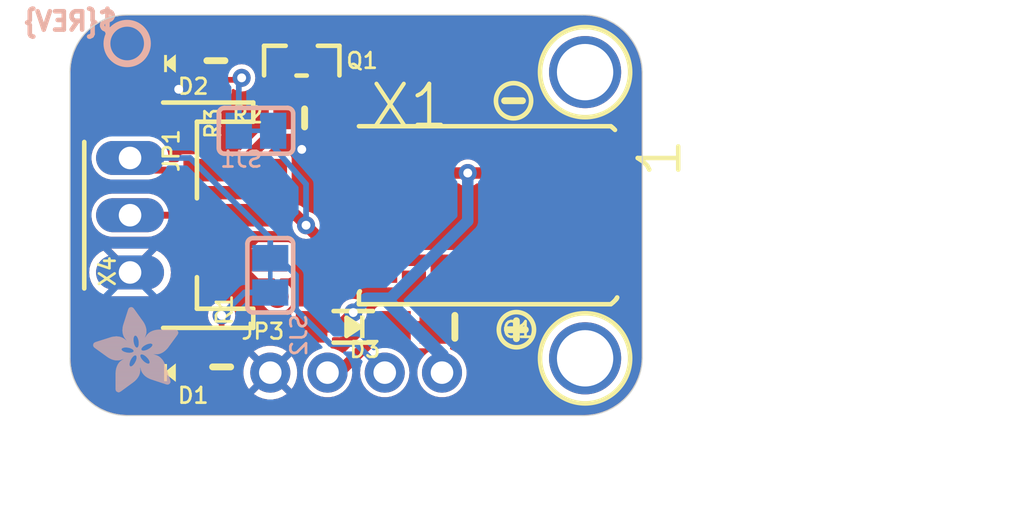
<source format=kicad_pcb>
(kicad_pcb (version 20221018) (generator pcbnew)
  (layers (0 "F.Cu" signal) (1 "In1.Cu" signal) (2 "In2.Cu" signal) (3 "In3.Cu" signal) (4 "In4.Cu" signal) (5 "In5.Cu" signal) (6 "In6.Cu" signal) (7 "In7.Cu" signal) (8 "In8.Cu" signal) (9 "In9.Cu" signal) (10 "In10.Cu" signal) (11 "In11.Cu" signal) (12 "In12.Cu" signal) (13 "In13.Cu" signal) (14 "In14.Cu" signal) (31 "B.Cu" signal) (34 "B.Paste" user) (35 "F.Paste" user) (36 "B.SilkS" user "B.Silkscreen") (37 "F.SilkS" user "F.Silkscreen") (38 "B.Mask" user) (39 "F.Mask" user) (44 "Edge.Cuts" user))
  (net 0 "")
  (net 1 "GND")
  (net 2 "SIGNAL")
  (net 3 "N$26")
  (net 4 "VIN")
  (net 5 "N$1")
  (net 6 "N$3")
  (net 7 "N$2")
  (net 8 "OUT")
  (footprint "working:JSTPH3" (layer "F.Cu") (at 140.4366 105.0036 90)
    (fp_text reference "X4" (at -3.2225 -2.9685 90) (layer "F.SilkS") (effects (font (size 0.692831 0.692831) (thickness 0.119969)) (justify left)))
    (fp_text value "JST PH 3")
    (pad "1" smd rect (at -2 2.7 90) (size 1 4.6) (layers "F.Cu" "F.Paste" "F.Mask") (net 1 "GND"))
    (pad "2" smd rect (at 0 2.7 90) (size 1 4.6) (layers "F.Cu" "F.Paste" "F.Mask") (net 4 "VIN"))
    (pad "3" smd rect (at 2 2.7 90) (size 1 4.6) (layers "F.Cu" "F.Paste" "F.Mask") (net 2 "SIGNAL"))
    (pad "NC1" smd rect (at -4.4 -2.5 180) (size 3.4 1.6) (layers "F.Cu" "F.Paste" "F.Mask"))
    (pad "NC2" smd rect (at 4.4 -2.5 180) (size 3.4 1.6) (layers "F.Cu" "F.Paste" "F.Mask"))
  )
  (footprint "working:FIDUCIAL_1MM" (layer "F.Cu") (at 145.0086 108.6231)
    (fp_text reference "FID3" hide)
    (fp_text value "FIDUCIAL_1MM" hide)
    (pad "1" smd roundrect (at 0 0) (size 1 1) (layers "F.Cu" "F.Mask") (roundrect_rratio 0.5))
  )
  (footprint "working:CHIPLED_0603_NOOUTLINE" (layer "F.Cu") (at 140.2461 98.2726 90)
    (fp_text reference "D2" (at -1.016 1.778) (layer "F.SilkS") (effects (font (size 0.692831 0.692831) (thickness 0.119969)) (justify right)))
    (fp_text value "GREEN")
    (pad "A" smd rect (at 0 0.75 90) (size 0.8 0.8) (layers "F.Cu" "F.Paste" "F.Mask") (net 3 "N$26"))
    (pad "C" smd rect (at 0 -0.75 90) (size 0.8 0.8) (layers "F.Cu" "F.Paste" "F.Mask") (net 1 "GND"))
  )
  (footprint "working:0603-NO" (layer "F.Cu") (at 146.2151 100.6856 180)
    (fp_text reference "R2" (at 1.778 0.127) (layer "F.SilkS") (effects (font (size 0.692831 0.692831) (thickness 0.119969)) (justify right)))
    (fp_text value "10K")
    (pad "1" smd rect (at -0.85 0 180) (size 1.075 1) (layers "F.Cu" "F.Paste" "F.Mask") (net 1 "GND"))
    (pad "2" smd rect (at 0.85 0 180) (size 1.075 1) (layers "F.Cu" "F.Paste" "F.Mask") (net 2 "SIGNAL"))
  )
  (footprint "working:PLABEL1" (layer "F.Cu") (at 136.9441 112.3696)
    (fp_text reference "PLABEL1" hide)
    (fp_text value "" hide)
  )
  (footprint "working:FIDUCIAL_1MM" (layer "F.Cu") (at 155.4861 97.2566)
    (fp_text reference "FID2" hide)
    (fp_text value "FIDUCIAL_1MM" hide)
    (pad "1" smd roundrect (at 0 0) (size 1 1) (layers "F.Cu" "F.Mask") (roundrect_rratio 0.5))
  )
  (footprint "working:SOD-123" (layer "F.Cu") (at 148.3741 109.9566 180)
    (fp_text reference "D3" (at -1.27 -1.016) (layer "F.SilkS") (effects (font (size 0.692831 0.692831) (thickness 0.119969)) (justify right)))
    (fp_text value "1N400x/SM4002")
    (pad "A" smd rect (at 1.85 0 270) (size 1.4 1.4) (layers "F.Cu" "F.Paste" "F.Mask") (net 8 "OUT"))
    (pad "C" smd rect (at -1.85 0 270) (size 1.4 1.4) (layers "F.Cu" "F.Paste" "F.Mask") (net 4 "VIN"))
  )
  (footprint "working:1X04_ROUND" (layer "F.Cu") (at 148.5011 111.9886)
    (fp_text reference "JP3" (at -5.1562 -1.8288) (layer "F.SilkS") (effects (font (size 0.692831 0.692831) (thickness 0.119969)) (justify left)))
    (fp_text value "")
    (pad "1" thru_hole circle (at -3.81 0 90) (size 1.778 1.778) (drill 1) (layers "*.Cu" "*.Mask") (net 1 "GND"))
    (pad "2" thru_hole circle (at -1.27 0 90) (size 1.778 1.778) (drill 1) (layers "*.Cu" "*.Mask") (net 4 "VIN"))
    (pad "3" thru_hole circle (at 1.27 0 90) (size 1.778 1.778) (drill 1) (layers "*.Cu" "*.Mask") (net 2 "SIGNAL"))
    (pad "4" thru_hole circle (at 3.81 0 90) (size 1.778 1.778) (drill 1) (layers "*.Cu" "*.Mask") (net 8 "OUT"))
  )
  (footprint "working:P-2060-402_998-404" (layer "F.Cu") (at 153.4541 105.0036)
    (fp_text reference "X1" (at -4.429 -4.85) (layer "F.SilkS") (effects (font (size 1.82 1.82) (thickness 0.18)) (justify left)))
    (fp_text value "2060-402/998-404")
    (fp_text user "1" (at 9.571 -1.55 90) (layer "F.SilkS") (effects (font (size 1.8 1.8) (thickness 0.2)) (justify left bottom)))
    (pad "L1.1" smd rect (at 4.371 -2) (size 6 2) (layers "F.Cu" "F.Paste" "F.Mask") (net 8 "OUT"))
    (pad "L1.2" smd rect (at -4.879 -2) (size 3.5 2) (layers "F.Cu" "F.Paste" "F.Mask") (net 8 "OUT"))
    (pad "L2.1" smd rect (at 4.371 2) (size 6 2) (layers "F.Cu" "F.Paste" "F.Mask") (net 4 "VIN"))
    (pad "L2.2" smd rect (at -4.879 2) (size 3.5 2) (layers "F.Cu" "F.Paste" "F.Mask") (net 4 "VIN"))
  )
  (footprint "working:SYMBOL_MINUS" (layer "F.Cu") (at 155.4861 99.9236)
    (fp_text reference "U$9" hide)
    (fp_text value "" hide)
  )
  (footprint "working:MOUNTINGHOLE_2.5_PLATED" (layer "F.Cu") (at 158.6611 111.3536)
    (fp_text reference "U$1" hide)
    (fp_text value "MOUNTINGHOLE2.5" hide)
    (pad "P$1" thru_hole circle (at 0 0) (size 3.2 3.2) (drill 2.5) (layers "*.Cu" "*.Mask"))
    (zone (net 0) (net_name "") (layer "F.Cu") (connect_pads (clearance 0)) (min_thickness 0.25)
      (keepout (tracks not_allowed) (vias not_allowed) (pads not_allowed) (copperpour not_allowed) (footprints allowed))
      (fill (thermal_gap 0.5) (thermal_bridge_width 0.5))
      (polygon (pts (xy 160.6771 111.3536) (xy 160.65748 111.073027) (xy 160.599004 110.797915) (xy 160.502808 110.533619) (xy 160.370765 110.285283) (xy 160.205446 110.05774) (xy 160.010067 109.85542) (xy 159.788433 109.68226) (xy 159.544856 109.541631) (xy 159.284078 109.43627) (xy 159.011175 109.368228) (xy 158.731457 109.338828) (xy 158.450371 109.348644) (xy 158.173385 109.397484) (xy 157.905893 109.484397) (xy 157.6531 109.607693) (xy 157.419926 109.76497) (xy 157.210911 109.953169) (xy 157.030122 110.168625) (xy 156.881078 110.407145) (xy 156.76668 110.664087) (xy 156.689154 110.93445) (xy 156.650011 111.212971) (xy 156.650011 111.494229) (xy 156.689154 111.77275) (xy 156.76668 112.043113) (xy 156.881078 112.300055) (xy 157.030122 112.538575) (xy 157.210911 112.754031) (xy 157.419926 112.94223) (xy 157.6531 113.099507) (xy 157.905893 113.222803) (xy 158.173385 113.309716) (xy 158.450371 113.358556) (xy 158.731457 113.368372) (xy 159.011175 113.338972) (xy 159.284078 113.27093) (xy 159.544856 113.165569) (xy 159.788433 113.02494) (xy 160.010067 112.85178) (xy 160.205446 112.64946) (xy 160.370765 112.421917) (xy 160.502808 112.173581) (xy 160.599004 111.909285) (xy 160.65748 111.634173)))
      (polygon (pts (xy 158.6451 111.3536) (xy 158.649786 111.364914) (xy 158.6611 111.3696) (xy 158.672414 111.364914) (xy 158.6771 111.3536) (xy 158.672414 111.342286) (xy 158.6611 111.3376) (xy 158.649786 111.342286)))
    )
    (zone (net 0) (net_name "") (layer "B.Cu") (connect_pads (clearance 0)) (min_thickness 0.25)
      (keepout (tracks not_allowed) (vias not_allowed) (pads not_allowed) (copperpour not_allowed) (footprints allowed))
      (fill (thermal_gap 0.5) (thermal_bridge_width 0.5))
      (polygon (pts (xy 160.6771 111.3536) (xy 160.65748 111.073027) (xy 160.599004 110.797915) (xy 160.502808 110.533619) (xy 160.370765 110.285283) (xy 160.205446 110.05774) (xy 160.010067 109.85542) (xy 159.788433 109.68226) (xy 159.544856 109.541631) (xy 159.284078 109.43627) (xy 159.011175 109.368228) (xy 158.731457 109.338828) (xy 158.450371 109.348644) (xy 158.173385 109.397484) (xy 157.905893 109.484397) (xy 157.6531 109.607693) (xy 157.419926 109.76497) (xy 157.210911 109.953169) (xy 157.030122 110.168625) (xy 156.881078 110.407145) (xy 156.76668 110.664087) (xy 156.689154 110.93445) (xy 156.650011 111.212971) (xy 156.650011 111.494229) (xy 156.689154 111.77275) (xy 156.76668 112.043113) (xy 156.881078 112.300055) (xy 157.030122 112.538575) (xy 157.210911 112.754031) (xy 157.419926 112.94223) (xy 157.6531 113.099507) (xy 157.905893 113.222803) (xy 158.173385 113.309716) (xy 158.450371 113.358556) (xy 158.731457 113.368372) (xy 159.011175 113.338972) (xy 159.284078 113.27093) (xy 159.544856 113.165569) (xy 159.788433 113.02494) (xy 160.010067 112.85178) (xy 160.205446 112.64946) (xy 160.370765 112.421917) (xy 160.502808 112.173581) (xy 160.599004 111.909285) (xy 160.65748 111.634173)))
      (polygon (pts (xy 158.6451 111.3536) (xy 158.649786 111.364914) (xy 158.6611 111.3696) (xy 158.672414 111.364914) (xy 158.6771 111.3536) (xy 158.672414 111.342286) (xy 158.6611 111.3376) (xy 158.649786 111.342286)))
    )
  )
  (footprint "working:MOUNTINGHOLE_2.5_PLATED" (layer "F.Cu") (at 158.6611 98.6536)
    (fp_text reference "U$8" hide)
    (fp_text value "MOUNTINGHOLE2.5" hide)
    (pad "P$1" thru_hole circle (at 0 0) (size 3.2 3.2) (drill 2.5) (layers "*.Cu" "*.Mask"))
    (zone (net 0) (net_name "") (layer "F.Cu") (connect_pads (clearance 0)) (min_thickness 0.25)
      (keepout (tracks not_allowed) (vias not_allowed) (pads not_allowed) (copperpour not_allowed) (footprints allowed))
      (fill (thermal_gap 0.5) (thermal_bridge_width 0.5))
      (polygon (pts (xy 160.6771 98.6536) (xy 160.65748 98.373027) (xy 160.599004 98.097915) (xy 160.502808 97.833619) (xy 160.370765 97.585283) (xy 160.205446 97.35774) (xy 160.010067 97.15542) (xy 159.788433 96.98226) (xy 159.544856 96.841631) (xy 159.284078 96.73627) (xy 159.011175 96.668228) (xy 158.731457 96.638828) (xy 158.450371 96.648644) (xy 158.173385 96.697484) (xy 157.905893 96.784397) (xy 157.6531 96.907693) (xy 157.419926 97.06497) (xy 157.210911 97.253169) (xy 157.030122 97.468625) (xy 156.881078 97.707145) (xy 156.76668 97.964087) (xy 156.689154 98.23445) (xy 156.650011 98.512971) (xy 156.650011 98.794229) (xy 156.689154 99.07275) (xy 156.76668 99.343113) (xy 156.881078 99.600055) (xy 157.030122 99.838575) (xy 157.210911 100.054031) (xy 157.419926 100.24223) (xy 157.6531 100.399507) (xy 157.905893 100.522803) (xy 158.173385 100.609716) (xy 158.450371 100.658556) (xy 158.731457 100.668372) (xy 159.011175 100.638972) (xy 159.284078 100.57093) (xy 159.544856 100.465569) (xy 159.788433 100.32494) (xy 160.010067 100.15178) (xy 160.205446 99.94946) (xy 160.370765 99.721917) (xy 160.502808 99.473581) (xy 160.599004 99.209285) (xy 160.65748 98.934173)))
      (polygon (pts (xy 158.6451 98.6536) (xy 158.649786 98.664914) (xy 158.6611 98.6696) (xy 158.672414 98.664914) (xy 158.6771 98.6536) (xy 158.672414 98.642286) (xy 158.6611 98.6376) (xy 158.649786 98.642286)))
    )
    (zone (net 0) (net_name "") (layer "B.Cu") (connect_pads (clearance 0)) (min_thickness 0.25)
      (keepout (tracks not_allowed) (vias not_allowed) (pads not_allowed) (copperpour not_allowed) (footprints allowed))
      (fill (thermal_gap 0.5) (thermal_bridge_width 0.5))
      (polygon (pts (xy 160.6771 98.6536) (xy 160.65748 98.373027) (xy 160.599004 98.097915) (xy 160.502808 97.833619) (xy 160.370765 97.585283) (xy 160.205446 97.35774) (xy 160.010067 97.15542) (xy 159.788433 96.98226) (xy 159.544856 96.841631) (xy 159.284078 96.73627) (xy 159.011175 96.668228) (xy 158.731457 96.638828) (xy 158.450371 96.648644) (xy 158.173385 96.697484) (xy 157.905893 96.784397) (xy 157.6531 96.907693) (xy 157.419926 97.06497) (xy 157.210911 97.253169) (xy 157.030122 97.468625) (xy 156.881078 97.707145) (xy 156.76668 97.964087) (xy 156.689154 98.23445) (xy 156.650011 98.512971) (xy 156.650011 98.794229) (xy 156.689154 99.07275) (xy 156.76668 99.343113) (xy 156.881078 99.600055) (xy 157.030122 99.838575) (xy 157.210911 100.054031) (xy 157.419926 100.24223) (xy 157.6531 100.399507) (xy 157.905893 100.522803) (xy 158.173385 100.609716) (xy 158.450371 100.658556) (xy 158.731457 100.668372) (xy 159.011175 100.638972) (xy 159.284078 100.57093) (xy 159.544856 100.465569) (xy 159.788433 100.32494) (xy 160.010067 100.15178) (xy 160.205446 99.94946) (xy 160.370765 99.721917) (xy 160.502808 99.473581) (xy 160.599004 99.209285) (xy 160.65748 98.934173)))
      (polygon (pts (xy 158.6451 98.6536) (xy 158.649786 98.664914) (xy 158.6611 98.6696) (xy 158.672414 98.664914) (xy 158.6771 98.6536) (xy 158.672414 98.642286) (xy 158.6611 98.6376) (xy 158.649786 98.642286)))
    )
  )
  (footprint "working:0603-NO" (layer "F.Cu") (at 142.2781 98.1456 -90)
    (fp_text reference "R3" (at 2.032 0.127 90) (layer "F.SilkS") (effects (font (size 0.692831 0.692831) (thickness 0.119969)) (justify right)))
    (fp_text value "10K")
    (pad "1" smd rect (at -0.85 0 270) (size 1.075 1) (layers "F.Cu" "F.Paste" "F.Mask") (net 3 "N$26"))
    (pad "2" smd rect (at 0.85 0 270) (size 1.075 1) (layers "F.Cu" "F.Paste" "F.Mask") (net 5 "N$1"))
  )
  (footprint "working:PLABEL0" (layer "F.Cu") (at 136.8171 98.7806)
    (fp_text reference "PLABEL0" hide)
    (fp_text value "" hide)
  )
  (footprint "working:CHIPLED_0603_NOOUTLINE" (layer "F.Cu") (at 140.2461 111.9886 90)
    (fp_text reference "D1" (at -1.016 1.778) (layer "F.SilkS") (effects (font (size 0.692831 0.692831) (thickness 0.119969)) (justify right)))
    (fp_text value "RED")
    (pad "A" smd rect (at 0 0.75 90) (size 0.8 0.8) (layers "F.Cu" "F.Paste" "F.Mask") (net 7 "N$2"))
    (pad "C" smd rect (at 0 -0.75 90) (size 0.8 0.8) (layers "F.Cu" "F.Paste" "F.Mask") (net 1 "GND"))
  )
  (footprint "working:PLABEL2" (layer "F.Cu") (at 148.6281 100.5586)
    (fp_text reference "PLABEL2" hide)
    (fp_text value "" hide)
  )
  (footprint "working:0603-NO" (layer "F.Cu") (at 142.5321 111.7346 90)
    (fp_text reference "R1" (at 1.778 0.127 90) (layer "F.SilkS") (effects (font (size 0.692831 0.692831) (thickness 0.119969)) (justify left)))
    (fp_text value "10K")
    (pad "1" smd rect (at -0.85 0 90) (size 1.075 1) (layers "F.Cu" "F.Paste" "F.Mask") (net 7 "N$2"))
    (pad "2" smd rect (at 0.85 0 90) (size 1.075 1) (layers "F.Cu" "F.Paste" "F.Mask") (net 6 "N$3"))
  )
  (footprint "working:1X03_OVAL" (layer "F.Cu") (at 138.4681 105.0036 -90)
    (fp_text reference "JP1" (at -3.8862 -1.8288 90) (layer "F.SilkS") (effects (font (size 0.692831 0.692831) (thickness 0.119969)) (justify right)))
    (fp_text value "0.1\" Header")
    (pad "1" thru_hole oval (at -2.54 0) (size 3.016 1.508) (drill 1) (layers "*.Cu" "*.Mask") (net 2 "SIGNAL"))
    (pad "2" thru_hole oval (at 0 0) (size 3.016 1.508) (drill 1) (layers "*.Cu" "*.Mask") (net 4 "VIN"))
    (pad "3" thru_hole oval (at 2.54 0) (size 3.016 1.508) (drill 1) (layers "*.Cu" "*.Mask") (net 1 "GND"))
  )
  (footprint "working:SYMBOL_PLUS" (layer "F.Cu") (at 155.6131 110.0836)
    (fp_text reference "U$3" hide)
    (fp_text value "" hide)
  )
  (footprint "working:SOT23-WIDE" (layer "F.Cu") (at 146.0881 98.1456)
    (fp_text reference "Q1" (at 1.905 0) (layer "F.SilkS") (effects (font (size 0.692831 0.692831) (thickness 0.119969)) (justify left)))
    (fp_text value "AO3406")
    (pad "1" smd rect (at -0.95 1) (size 1 1.2) (layers "F.Cu" "F.Paste" "F.Mask") (net 2 "SIGNAL"))
    (pad "2" smd rect (at 0.95 1) (size 1 1.2) (layers "F.Cu" "F.Paste" "F.Mask") (net 1 "GND"))
    (pad "3" smd rect (at 0 -1) (size 1 1.2) (layers "F.Cu" "F.Paste" "F.Mask") (net 8 "OUT"))
  )
  (footprint "working:0805-NO" (layer "F.Cu") (at 152.8826 109.9566)
    (fp_text reference "C1" (at 2.032 0.127) (layer "F.SilkS") (effects (font (size 0.692831 0.692831) (thickness 0.119969)) (justify left)))
    (fp_text value "2.2uF+/35V+")
    (pad "1" smd rect (at -0.95 0) (size 1.24 1.5) (layers "F.Cu" "F.Paste" "F.Mask") (net 4 "VIN"))
    (pad "2" smd rect (at 0.95 0) (size 1.24 1.5) (layers "F.Cu" "F.Paste" "F.Mask") (net 1 "GND"))
  )
  (footprint "working:PLABEL8" (layer "B.Cu") (at 161.0741 104.8766 180)
    (fp_text reference "PLABEL8" hide)
    (fp_text value "" hide)
  )
  (footprint "working:PLABEL4" (layer "B.Cu") (at 142.2781 101.3206 180)
    (fp_text reference "PLABEL4" hide)
    (fp_text value "" hide)
  )
  (footprint "working:PLABEL9" (layer "B.Cu") (at 150.4061 110.3376 180)
    (fp_text reference "PLABEL9" hide)
    (fp_text value "" hide)
  )
  (footprint "working:PLABEL7" (layer "B.Cu") (at 143.4211 107.5436 180)
    (fp_text reference "PLABEL7" hide)
    (fp_text value "" hide)
  )
  (footprint "working:SOLDERJUMPER_CLOSEDWIRE" (layer "B.Cu") (at 144.6911 107.6706 90)
    (fp_text reference "SJ2" (at -1.651 1.27 90) (layer "B.SilkS") (effects (font (size 0.692831 0.692831) (thickness 0.119969)) (justify left mirror)))
    (fp_text value "")
    (pad "1" smd rect (at -0.762 0 90) (size 1.1684 1.6002) (layers "B.Cu") (net 6 "N$3"))
    (pad "2" smd rect (at 0.762 0 90) (size 1.1684 1.6002) (layers "B.Cu") (net 2 "SIGNAL"))
    (pad "WIRE" smd rect (at 0 0 270) (size 0.635 0.2032) (layers "B.Cu"))
  )
  (footprint "working:PLABEL13" (layer "B.Cu") (at 156.3751 98.1456 180)
    (fp_text reference "PLABEL13" hide)
    (fp_text value "" hide)
  )
  (footprint "working:PLABEL3" (layer "B.Cu") (at 145.7071 105.5116 180)
    (fp_text reference "PLABEL3" hide)
    (fp_text value "" hide)
  )
  (footprint "working:PCBFEAT-REV-040" (layer "B.Cu") (at 138.3411 97.3836)
    (fp_text reference "U$5" hide)
    (fp_text value "" hide)
    (fp_text user "${REV}" (at -0.3556 -0.508 180) (layer "B.SilkS") (effects (font (size 0.8128 0.8128) (thickness 0.2032)) (justify left bottom mirror)))
  )
  (footprint "working:SOLDERJUMPER_CLOSEDWIRE" (layer "B.Cu") (at 144.0561 101.2571)
    (fp_text reference "SJ1" (at -1.651 1.27) (layer "B.SilkS") (effects (font (size 0.692831 0.692831) (thickness 0.119969)) (justify right mirror)))
    (fp_text value "")
    (pad "1" smd rect (at -0.762 0) (size 1.1684 1.6002) (layers "B.Cu") (net 5 "N$1"))
    (pad "2" smd rect (at 0.762 0) (size 1.1684 1.6002) (layers "B.Cu") (net 4 "VIN"))
    (pad "WIRE" smd rect (at 0 0 180) (size 0.635 0.2032) (layers "B.Cu"))
  )
  (footprint "working:ADAFRUIT_3.5MM" (layer "B.Cu") (at 140.6271 112.8776 180)
    (fp_text reference "U$12" hide)
    (fp_text value "" hide)
  )
  (footprint "working:PLABEL5" (layer "B.Cu") (at 141.8971 102.3366 180)
    (fp_text reference "PLABEL5" hide)
    (fp_text value "" hide)
  )
  (footprint "working:PLABEL11" (layer "B.Cu") (at 145.5801 110.3376 180)
    (fp_text reference "PLABEL11" hide)
    (fp_text value "" hide)
  )
  (footprint "working:PLABEL6" (layer "B.Cu") (at 142.6591 105.0036 180)
    (fp_text reference "PLABEL6" hide)
    (fp_text value "" hide)
  )
  (footprint "working:PLABEL12" (layer "B.Cu") (at 153.9621 110.3376 180)
    (fp_text reference "PLABEL12" hide)
    (fp_text value "" hide)
  )
  (footprint "working:PLABEL10" (layer "B.Cu") (at 148.2471 110.4646 180)
    (fp_text reference "PLABEL10" hide)
    (fp_text value "" hide)
  )
  (gr_line (start 135.8011 98.6536) (end 135.8011 111.3536) (stroke (width 0.05)) (layer "Edge.Cuts"))
  (gr_arc (start 161.2011 111.3536) (mid 160.393651 113.175954) (end 158.5341 113.8936) (stroke (width 0.05)) (layer "Edge.Cuts"))
  (gr_arc (start 138.3411 113.8936) (mid 136.545049 113.149651) (end 135.8011 111.3536) (stroke (width 0.05)) (layer "Edge.Cuts"))
  (gr_arc (start 158.5341 96.1136) (mid 160.393651 96.831246) (end 161.2011 98.6536) (stroke (width 0.05)) (layer "Edge.Cuts"))
  (gr_line (start 158.5341 96.1136) (end 138.3411 96.1136) (stroke (width 0.05)) (layer "Edge.Cuts"))
  (gr_arc (start 135.8011 98.6536) (mid 136.545049 96.857549) (end 138.3411 96.1136) (stroke (width 0.05)) (layer "Edge.Cuts"))
  (gr_line (start 161.2011 111.3536) (end 161.2011 98.6536) (stroke (width 0.05)) (layer "Edge.Cuts"))
  (gr_line (start 138.3411 113.8936) (end 158.5341 113.8936) (stroke (width 0.05)) (layer "Edge.Cuts"))
  (via (at 146.0881 102.0826) (size 0.8001) (drill 0.3937) (layers "F.Cu" "B.Cu") (net 1))
  (via (at 140.6271 99.4156) (size 0.8001) (drill 0.3937) (layers "F.Cu" "B.Cu") (net 1))
  (segment (start 145.3651 100.6856) (end 145.1381 100.4586) (width 0.508) (layer "F.Cu") (net 2))
  (segment (start 145.3651 100.799188) (end 145.3651 100.6856) (width 0.508) (layer "F.Cu") (net 2))
  (segment (start 139.0081 103.0036) (end 143.1366 103.0036) (width 0.3048) (layer "F.Cu") (net 2))
  (segment (start 143.1366 103.0036) (end 145.0346 101.1056) (width 0.508) (layer "F.Cu") (net 2))
  (segment (start 145.3651 100.799188) (end 145.0346 101.1056) (width 0.508) (layer "F.Cu") (net 2))
  (segment (start 138.4681 102.4636) (end 139.0081 103.0036) (width 0.3048) (layer "F.Cu") (net 2))
  (segment (start 145.1381 99.1456) (end 145.1381 100.4586) (width 0.508) (layer "F.Cu") (net 2))
  (segment (start 145.8341 107.6706) (end 145.8341 109.1946) (width 0.254) (layer "B.Cu") (net 2))
  (segment (start 147.3581 110.7186) (end 145.8341 109.1946) (width 0.254) (layer "B.Cu") (net 2))
  (segment (start 148.5011 110.7186) (end 147.3581 110.7186) (width 0.254) (layer "B.Cu") (net 2))
  (segment (start 144.6911 106.9086) (end 144.6911 106.0196) (width 0.254) (layer "B.Cu") (net 2))
  (segment (start 149.7711 111.9886) (end 148.5011 110.7186) (width 0.254) (layer "B.Cu") (net 2))
  (segment (start 141.1351 102.4636) (end 138.4681 102.4636) (width 0.254) (layer "B.Cu") (net 2))
  (segment (start 145.8341 107.6706) (end 145.0721 106.9086) (width 0.254) (layer "B.Cu") (net 2))
  (segment (start 144.6911 106.9086) (end 145.0721 106.9086) (width 0.254) (layer "B.Cu") (net 2))
  (segment (start 144.6911 106.0196) (end 141.1351 102.4636) (width 0.254) (layer "B.Cu") (net 2))
  (segment (start 140.9961 98.2726) (end 142.2781 97.2956) (width 0.254) (layer "F.Cu") (net 3))
  (segment (start 151.9326 109.9566) (end 152.0596 109.8296) (width 0.508) (layer "F.Cu") (net 4))
  (segment (start 151.9326 109.9566) (end 150.2241 109.9566) (width 0.508) (layer "F.Cu") (net 4))
  (segment (start 147.8341 107.0036) (end 148.5751 107.0036) (width 0.508) (layer "F.Cu") (net 4))
  (segment (start 147.7391 111.9886) (end 147.2311 111.9886) (width 0.508) (layer "F.Cu") (net 4))
  (segment (start 157.1691 107.0036) (end 157.2641 106.9086) (width 0.508) (layer "F.Cu") (net 4))
  (segment (start 145.8341 105.0036) (end 146.2786 105.4481) (width 0.508) (layer "F.Cu") (net 4))
  (segment (start 157.7301 106.9086) (end 157.8251 107.0036) (width 0.508) (layer "F.Cu") (net 4))
  (segment (start 146.2786 105.4481) (end 147.8341 107.0036) (width 0.508) (layer "F.Cu") (net 4))
  (segment (start 143.1366 105.0036) (end 145.8341 105.0036) (width 0.508) (layer "F.Cu") (net 4))
  (segment (start 152.0596 107.0036) (end 152.0596 109.8296) (width 0.508) (layer "F.Cu") (net 4))
  (segment (start 157.1691 107.0036) (end 152.0596 107.0036) (width 0.508) (layer "F.Cu") (net 4))
  (segment (start 149.7711 109.9566) (end 147.7391 111.9886) (width 0.508) (layer "F.Cu") (net 4))
  (segment (start 157.2641 106.9086) (end 157.7301 106.9086) (width 0.508) (layer "F.Cu") (net 4))
  (segment (start 148.5751 107.0036) (end 152.0596 107.0036) (width 0.508) (layer "F.Cu") (net 4))
  (segment (start 150.2241 109.9566) (end 149.7711 109.9566) (width 0.508) (layer "F.Cu") (net 4))
  (segment (start 143.1366 105.0036) (end 138.4681 105.0036) (width 0.3048) (layer "F.Cu") (net 4))
  (via (at 146.2786 105.4481) (size 0.8001) (drill 0.3937) (layers "F.Cu" "B.Cu") (net 4))
  (segment (start 146.2786 103.625416) (end 144.8181 101.948544) (width 0.254) (layer "B.Cu") (net 4))
  (segment (start 146.2786 103.625416) (end 146.2786 105.4481) (width 0.254) (layer "B.Cu") (net 4))
  (segment (start 144.8181 101.2571) (end 144.8181 101.948544) (width 0.254) (layer "B.Cu") (net 4))
  (segment (start 143.294106 98.9076) (end 143.4211 98.9076) (width 0.254) (layer "F.Cu") (net 5))
  (segment (start 142.2781 98.9956) (end 143.311996 98.9956) (width 0.254) (layer "F.Cu") (net 5))
  (segment (start 143.294106 98.9076) (end 143.294103 98.907597) (width 0.254) (layer "F.Cu") (net 5))
  (segment (start 143.294103 98.907597) (end 143.311996 98.9956) (width 0.254) (layer "F.Cu") (net 5))
  (via (at 143.4211 98.9076) (size 0.8001) (drill 0.3937) (layers "F.Cu" "B.Cu") (net 5))
  (segment (start 143.2941 99.0346) (end 143.2941 101.2571) (width 0.254) (layer "B.Cu") (net 5))
  (segment (start 143.4211 98.9076) (end 143.2941 99.0346) (width 0.254) (layer "B.Cu") (net 5))
  (segment (start 142.5321 110.8846) (end 142.5321 109.4486) (width 0.254) (layer "F.Cu") (net 6))
  (via (at 142.5321 109.4486) (size 0.8001) (drill 0.3937) (layers "F.Cu" "B.Cu") (net 6))
  (segment (start 144.6911 108.4326) (end 143.5481 108.4326) (width 0.254) (layer "B.Cu") (net 6))
  (segment (start 143.5481 108.4326) (end 142.5321 109.4486) (width 0.254) (layer "B.Cu") (net 6))
  (segment (start 140.9961 111.9886) (end 142.5321 112.5846) (width 0.254) (layer "F.Cu") (net 7))
  (segment (start 157.6981 103.1306) (end 153.4541 103.1306) (width 0.508) (layer "F.Cu") (net 8))
  (segment (start 148.7551 98.6696) (end 148.7551 102.8236) (width 0.508) (layer "F.Cu") (net 8))
  (segment (start 147.739109 109.9566) (end 146.5241 109.9566) (width 0.508) (layer "F.Cu") (net 8))
  (segment (start 146.0881 97.1456) (end 147.2311 97.1456) (width 0.508) (layer "F.Cu") (net 8))
  (segment (start 148.7551 98.6696) (end 147.2311 97.1456) (width 0.508) (layer "F.Cu") (net 8))
  (segment (start 148.5751 103.0036) (end 148.7551 102.8236) (width 0.508) (layer "F.Cu") (net 8))
  (segment (start 157.8251 103.0036) (end 157.6981 103.1306) (width 0.508) (layer "F.Cu") (net 8))
  (segment (start 147.739109 109.9566) (end 148.3741 109.3216) (width 0.508) (layer "F.Cu") (net 8))
  (segment (start 153.4541 103.1306) (end 148.7021 103.1306) (width 0.508) (layer "F.Cu") (net 8))
  (segment (start 148.5751 103.0036) (end 148.7021 103.1306) (width 0.508) (layer "F.Cu") (net 8))
  (via (at 153.4541 103.1306) (size 0.8001) (drill 0.3937) (layers "F.Cu" "B.Cu") (net 8))
  (via (at 148.3741 109.3216) (size 0.8001) (drill 0.3937) (layers "F.Cu" "B.Cu") (net 8))
  (segment (start 149.8346 108.7501) (end 148.9456 108.7501) (width 0.6096) (layer "B.Cu") (net 8))
  (segment (start 148.3741 109.3216) (end 149.0091 108.6866) (width 0.508) (layer "B.Cu") (net 8))
  (segment (start 148.3741 109.3216) (end 148.9456 108.7501) (width 0.508) (layer "B.Cu") (net 8))
  (segment (start 153.4541 105.2576) (end 150.0251 108.6866) (width 0.508) (layer "B.Cu") (net 8))
  (segment (start 150.0251 108.6866) (end 149.0091 108.6866) (width 0.508) (layer "B.Cu") (net 8))
  (segment (start 152.3111 111.2266) (end 149.8346 108.7501) (width 0.6096) (layer "B.Cu") (net 8))
  (segment (start 152.3111 111.9886) (end 152.3111 111.2266) (width 0.6096) (layer "B.Cu") (net 8))
  (segment (start 153.4541 105.2576) (end 153.4541 103.1306) (width 0.508) (layer "B.Cu") (net 8))
  (zone (net 1) (net_name "GND") (layer "F.Cu") (priority 6) (connect_pads (clearance 0.000001)) (min_thickness 0.127) (fill yes (thermal_gap 0.304) (thermal_bridge_width 0.304))
    (polygon (pts (xy 161.3281 114.0206) (xy 135.6741 114.0206) (xy 135.6741 95.9866) (xy 161.3281 95.9866)))
  )
  (zone (net 1) (net_name "GND") (layer "B.Cu") (priority 6) (connect_pads (clearance 0.000001)) (min_thickness 0.127) (fill yes (thermal_gap 0.304) (thermal_bridge_width 0.304))
    (polygon (pts (xy 161.3281 114.0206) (xy 135.6741 114.0206) (xy 135.6741 95.9866) (xy 161.3281 95.9866)))
  )
)
</source>
